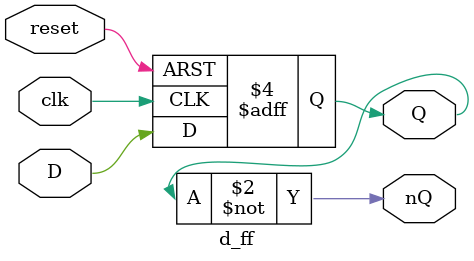
<source format=v>
module d_ff (
    input D,
    input clk,
    input reset,        // <-- ADDED RESET INPUT
    output reg Q,
    output wire nQ
);

    // Initial block is no longer strictly necessary, but can remain.
    initial begin
        Q <= 1'b0;
    end

    // Sensitivity list must now include the reset signal
    always @(posedge clk, posedge reset) begin 
        if (reset) begin       // <-- Asynchronous Reset: executes immediately if reset is high
            Q <= 1'b0;
        end else begin
            Q <= D;            // Synchronous operation only if reset is low
        end
    end

    assign nQ = ~Q;

endmodule

</source>
